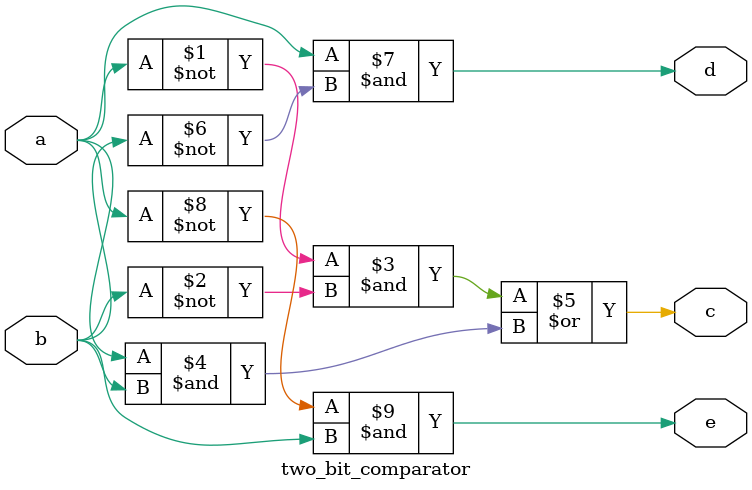
<source format=v>
`timescale 1ns / 1ps


module two_bit_comparator(input a,b,output c,d,e);
assign c=~a&~b|a&b;
assign d=a&~b;
assign e=~a&b;
endmodule

</source>
